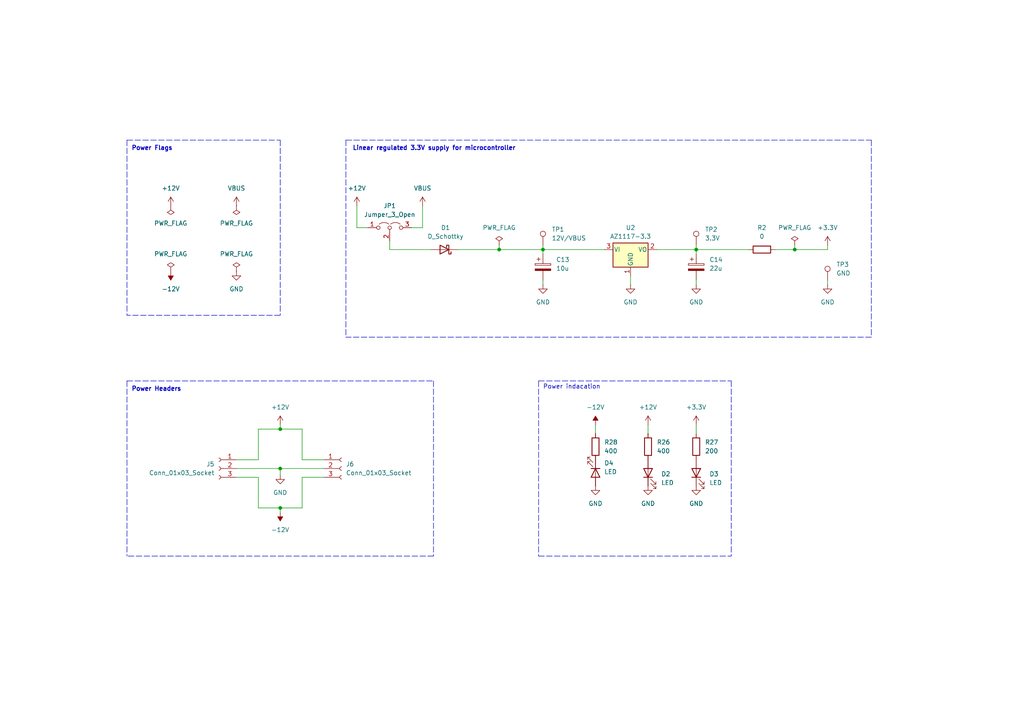
<source format=kicad_sch>
(kicad_sch (version 20231120) (generator "eeschema") (generator_version "8.0")
  (paper "A4")
  (lib_symbols
    (symbol "Connector:Conn_01x03_Socket" (pin_names (offset 1.016) hide)
      (property "Reference" "J" (at 0 5.08 0))
      (property "Value" "Conn_01x03_Socket" (at 0 -5.08 0))
      (symbol "Conn_01x03_Socket_1_1"
        (arc (start 0 -2.032) (mid -0.5058 -2.54) (end 0 -3.048) (stroke (width 0.1524)))
        (polyline (pts (xy -1.27 -2.54) (xy -0.508 -2.54)) (stroke (width 0.1524)))
        (polyline (pts (xy -1.27 0) (xy -0.508 0)) (stroke (width 0.1524)))
        (polyline (pts (xy -1.27 2.54) (xy -0.508 2.54)) (stroke (width 0.1524)))
        (arc (start 0 0.508) (mid -0.5058 0) (end 0 -0.508) (stroke (width 0.1524)))
        (arc (start 0 3.048) (mid -0.5058 2.54) (end 0 2.032) (stroke (width 0.1524)))
        (pin passive line (at -5.08 2.54 0) (length 3.81) (name "Pin_1") (number "1"))
        (pin passive line (at -5.08 0 0) (length 3.81) (name "Pin_2") (number "2"))
        (pin passive line (at -5.08 -2.54 0) (length 3.81) (name "Pin_3") (number "3"))
      )
    )
    (symbol "Connector:TestPoint" (pin_numbers hide) (pin_names (offset 0.762) hide)
      (property "Reference" "TP" (at 0 6.858 0))
      (property "Value" "TestPoint" (at 0 5.08 0))
      (symbol "TestPoint_0_1"
        (circle (center 0 3.302) (radius 0.762))
      )
      (symbol "TestPoint_1_1"
        (pin passive line (at 0 0 90) (length 2.54) (name "1") (number "1"))
      )
    )
    (symbol "Device:C_Polarized" (pin_numbers hide) (pin_names (offset 0.254))
      (property "Reference" "C" (at 0.635 2.54 0))
      (property "Value" "C_Polarized" (at 0.635 -2.54 0))
      (symbol "C_Polarized_0_1"
        (rectangle (start -2.286 0.508) (end 2.286 1.016))
        (polyline (pts (xy -1.778 2.286) (xy -0.762 2.286)))
        (polyline (pts (xy -1.27 2.794) (xy -1.27 1.778)))
        (rectangle (start 2.286 -0.508) (end -2.286 -1.016) (fill (type outline)))
      )
      (symbol "C_Polarized_1_1"
        (pin passive line (at 0 3.81 270) (length 2.794) (name "~") (number "1"))
        (pin passive line (at 0 -3.81 90) (length 2.794) (name "~") (number "2"))
      )
    )
    (symbol "Device:D_Schottky" (pin_numbers hide) (pin_names (offset 1.016) hide)
      (property "Reference" "D" (at 0 2.54 0))
      (property "Value" "D_Schottky" (at 0 -2.54 0))
      (symbol "D_Schottky_0_1"
        (polyline (pts (xy 1.27 0) (xy -1.27 0)))
        (polyline (pts (xy 1.27 1.27) (xy 1.27 -1.27) (xy -1.27 0) (xy 1.27 1.27)) (stroke (width 0.254)))
        (polyline (pts (xy -1.905 0.635) (xy -1.905 1.27) (xy -1.27 1.27) (xy -1.27 -1.27) (xy -0.635 -1.27) (xy -0.635 -0.635)) (stroke (width 0.254)))
      )
      (symbol "D_Schottky_1_1"
        (pin passive line (at -3.81 0 0) (length 2.54) (name "K") (number "1"))
        (pin passive line (at 3.81 0 180) (length 2.54) (name "A") (number "2"))
      )
    )
    (symbol "Device:LED" (pin_numbers hide) (pin_names (offset 1.016) hide)
      (property "Reference" "D" (at 0 2.54 0))
      (property "Value" "LED" (at 0 -2.54 0))
      (symbol "LED_0_1"
        (polyline (pts (xy -1.27 -1.27) (xy -1.27 1.27)) (stroke (width 0.254)))
        (polyline (pts (xy -1.27 0) (xy 1.27 0)))
        (polyline (pts (xy 1.27 -1.27) (xy 1.27 1.27) (xy -1.27 0) (xy 1.27 -1.27)) (stroke (width 0.254)))
        (polyline (pts (xy -3.048 -0.762) (xy -4.572 -2.286) (xy -3.81 -2.286) (xy -4.572 -2.286) (xy -4.572 -1.524)))
        (polyline (pts (xy -1.778 -0.762) (xy -3.302 -2.286) (xy -2.54 -2.286) (xy -3.302 -2.286) (xy -3.302 -1.524)))
      )
      (symbol "LED_1_1"
        (pin passive line (at -3.81 0 0) (length 2.54) (name "K") (number "1"))
        (pin passive line (at 3.81 0 180) (length 2.54) (name "A") (number "2"))
      )
    )
    (symbol "Device:R" (pin_numbers hide) (pin_names (offset 0))
      (property "Reference" "R" (at 2.032 0 90))
      (property "Value" "R" (at 0 0 90))
      (symbol "R_0_1"
        (rectangle (start -1.016 -2.54) (end 1.016 2.54) (stroke (width 0.254)))
      )
      (symbol "R_1_1"
        (pin passive line (at 0 3.81 270) (length 1.27) (name "~") (number "1"))
        (pin passive line (at 0 -3.81 90) (length 1.27) (name "~") (number "2"))
      )
    )
    (symbol "Jumper:Jumper_3_Open" (pin_names (offset 0) hide)
      (property "Reference" "JP" (at -2.54 -2.54 0))
      (property "Value" "Jumper_3_Open" (at 0 2.794 0))
      (symbol "Jumper_3_Open_0_0"
        (circle (center -3.302 0) (radius 0.508))
        (circle (center 0 0) (radius 0.508))
        (circle (center 3.302 0) (radius 0.508))
      )
      (symbol "Jumper_3_Open_0_1"
        (arc (start -0.254 1.016) (mid -1.651 1.4992) (end -3.048 1.016))
        (polyline (pts (xy 0 -0.508) (xy 0 -1.27)))
        (arc (start 3.048 1.016) (mid 1.651 1.4992) (end 0.254 1.016))
      )
      (symbol "Jumper_3_Open_1_1"
        (pin passive line (at -6.35 0 0) (length 2.54) (name "A") (number "1"))
        (pin passive line (at 0 -3.81 90) (length 2.54) (name "C") (number "2"))
        (pin passive line (at 6.35 0 180) (length 2.54) (name "B") (number "3"))
      )
    )
    (symbol "Regulator_Linear:AZ1117-3.3" (pin_names (offset 0.254))
      (property "Reference" "U" (at -3.81 3.175 0))
      (property "Value" "AZ1117-3.3" (at 0 3.175 0))
      (symbol "AZ1117-3.3_0_1"
        (rectangle (start -5.08 1.905) (end 5.08 -5.08) (stroke (width 0.254)) (fill (type background)))
      )
      (symbol "AZ1117-3.3_1_1"
        (pin power_in line (at 0 -7.62 90) (length 2.54) (name "GND") (number "1"))
        (pin power_out line (at 7.62 0 180) (length 2.54) (name "VO") (number "2"))
        (pin power_in line (at -7.62 0 0) (length 2.54) (name "VI") (number "3"))
      )
    )
    (symbol "power:+12V" (power) (pin_names (offset 0))
      (property "Value" "+12V" (at 0 3.556 0))
      (symbol "+12V_0_1"
        (polyline (pts (xy -0.762 1.27) (xy 0 2.54)))
        (polyline (pts (xy 0 0) (xy 0 2.54)))
        (polyline (pts (xy 0 2.54) (xy 0.762 1.27)))
      )
      (symbol "+12V_1_1"
        (pin power_in line (at 0 0 90) (length 0) hide (name "+12V") (number "1"))
      )
    )
    (symbol "power:+3.3V" (power) (pin_names (offset 0))
      (property "Value" "+3.3V" (at 0 3.556 0))
      (symbol "+3.3V_0_1"
        (polyline (pts (xy -0.762 1.27) (xy 0 2.54)))
        (polyline (pts (xy 0 0) (xy 0 2.54)))
        (polyline (pts (xy 0 2.54) (xy 0.762 1.27)))
      )
      (symbol "+3.3V_1_1"
        (pin power_in line (at 0 0 90) (length 0) hide (name "+3.3V") (number "1"))
      )
    )
    (symbol "power:-12V" (power) (pin_names (offset 0))
      (property "Value" "-12V" (at 0 3.81 0))
      (symbol "-12V_0_0"
        (pin power_in line (at 0 0 90) (length 0) hide (name "-12V") (number "1"))
      )
      (symbol "-12V_0_1"
        (polyline (pts (xy 0 0) (xy 0 1.27) (xy 0.762 1.27) (xy 0 2.54) (xy -0.762 1.27) (xy 0 1.27)) (fill (type outline)))
      )
    )
    (symbol "power:GND" (power) (pin_names (offset 0))
      (property "Value" "GND" (at 0 -3.81 0))
      (symbol "GND_0_1"
        (polyline (pts (xy 0 0) (xy 0 -1.27) (xy 1.27 -1.27) (xy 0 -2.54) (xy -1.27 -1.27) (xy 0 -1.27)))
      )
      (symbol "GND_1_1"
        (pin power_in line (at 0 0 270) (length 0) hide (name "GND") (number "1"))
      )
    )
    (symbol "power:PWR_FLAG" (power) (pin_numbers hide) (pin_names (offset 0) hide)
      (property "Value" "PWR_FLAG" (at 0 3.81 0))
      (symbol "PWR_FLAG_0_0"
        (pin power_out line (at 0 0 90) (length 0) (name "pwr") (number "1"))
      )
      (symbol "PWR_FLAG_0_1"
        (polyline (pts (xy 0 0) (xy 0 1.27) (xy -1.016 1.905) (xy 0 2.54) (xy 1.016 1.905) (xy 0 1.27)))
      )
    )
    (symbol "power:VBUS" (power) (pin_names (offset 0))
      (property "Value" "VBUS" (at 0 3.81 0))
      (symbol "VBUS_0_1"
        (polyline (pts (xy -0.762 1.27) (xy 0 2.54)))
        (polyline (pts (xy 0 0) (xy 0 2.54)))
        (polyline (pts (xy 0 2.54) (xy 0.762 1.27)))
      )
      (symbol "VBUS_1_1"
        (pin power_in line (at 0 0 90) (length 0) hide (name "VBUS") (number "1"))
      )
    )
  )
  (junction (at 201.93 72.39))
  (junction (at 157.48 72.39))
  (junction (at 230.505 72.39))
  (junction (at 81.28 135.89))
  (junction (at 81.28 124.46))
  (junction (at 81.28 147.32))
  (junction (at 144.78 72.39))
  (wire (pts (xy 74.93 138.43) (xy 74.93 147.32)))
  (wire (pts (xy 87.63 133.35) (xy 93.98 133.35)))
  (wire (pts (xy 240.03 71.12) (xy 240.03 72.39)))
  (wire (pts (xy 87.63 138.43) (xy 93.98 138.43)))
  (wire (pts (xy 157.48 72.39) (xy 157.48 73.66)))
  (wire (pts (xy 187.96 123.19) (xy 187.96 125.73)))
  (wire (pts (xy 224.79 72.39) (xy 230.505 72.39)))
  (polyline (pts (xy 100.33 40.64) (xy 100.33 97.79)) (stroke (width 0) (type dash)))
  (wire (pts (xy 122.555 59.69) (xy 122.555 66.04)))
  (wire (pts (xy 132.715 72.39) (xy 144.78 72.39)))
  (wire (pts (xy 172.72 123.19) (xy 172.72 125.73)))
  (wire (pts (xy 240.03 81.28) (xy 240.03 82.55)))
  (wire (pts (xy 68.58 138.43) (xy 74.93 138.43)))
  (polyline (pts (xy 36.83 110.49) (xy 36.83 161.29)) (stroke (width 0) (type dash)))
  (wire (pts (xy 113.03 72.39) (xy 125.095 72.39)))
  (wire (pts (xy 157.48 72.39) (xy 175.26 72.39)))
  (wire (pts (xy 201.93 72.39) (xy 201.93 73.66)))
  (wire (pts (xy 144.78 71.12) (xy 144.78 72.39)))
  (polyline (pts (xy 81.28 91.44) (xy 36.83 91.44)) (stroke (width 0) (type dash)))
  (wire (pts (xy 81.28 135.89) (xy 81.28 137.795)))
  (polyline (pts (xy 125.73 161.29) (xy 36.83 161.29)) (stroke (width 0) (type dash)))
  (polyline (pts (xy 156.21 110.49) (xy 212.09 110.49)) (stroke (width 0) (type dash)))
  (polyline (pts (xy 36.83 40.64) (xy 81.28 40.64)) (stroke (width 0) (type dash)))
  (wire (pts (xy 182.88 80.01) (xy 182.88 82.55)))
  (wire (pts (xy 68.58 133.35) (xy 74.93 133.35)))
  (wire (pts (xy 144.78 72.39) (xy 157.48 72.39)))
  (wire (pts (xy 81.28 123.19) (xy 81.28 124.46)))
  (wire (pts (xy 103.505 59.69) (xy 103.505 66.04)))
  (polyline (pts (xy 212.09 110.49) (xy 212.09 161.29)) (stroke (width 0) (type dash)))
  (wire (pts (xy 68.58 135.89) (xy 81.28 135.89)))
  (wire (pts (xy 81.28 135.89) (xy 93.98 135.89)))
  (wire (pts (xy 230.505 71.12) (xy 230.505 72.39)))
  (polyline (pts (xy 36.83 110.49) (xy 125.73 110.49)) (stroke (width 0) (type dash)))
  (wire (pts (xy 74.93 133.35) (xy 74.93 124.46)))
  (wire (pts (xy 201.93 123.19) (xy 201.93 125.73)))
  (polyline (pts (xy 156.21 110.49) (xy 156.21 161.29)) (stroke (width 0) (type dash)))
  (wire (pts (xy 157.48 71.12) (xy 157.48 72.39)))
  (wire (pts (xy 81.28 147.32) (xy 81.28 148.59)))
  (wire (pts (xy 81.28 124.46) (xy 87.63 124.46)))
  (wire (pts (xy 113.03 69.85) (xy 113.03 72.39)))
  (wire (pts (xy 230.505 72.39) (xy 240.03 72.39)))
  (wire (pts (xy 190.5 72.39) (xy 201.93 72.39)))
  (wire (pts (xy 74.93 124.46) (xy 81.28 124.46)))
  (wire (pts (xy 87.63 124.46) (xy 87.63 133.35)))
  (polyline (pts (xy 252.73 40.64) (xy 252.73 97.79)) (stroke (width 0) (type dash)))
  (polyline (pts (xy 36.83 40.64) (xy 36.83 91.44)) (stroke (width 0) (type dash)))
  (wire (pts (xy 81.28 147.32) (xy 87.63 147.32)))
  (polyline (pts (xy 252.73 97.79) (xy 100.33 97.79)) (stroke (width 0) (type dash)))
  (polyline (pts (xy 81.28 40.64) (xy 81.28 91.44)) (stroke (width 0) (type dash)))
  (wire (pts (xy 201.93 81.28) (xy 201.93 82.55)))
  (wire (pts (xy 87.63 147.32) (xy 87.63 138.43)))
  (polyline (pts (xy 156.21 161.29) (xy 212.09 161.29)) (stroke (width 0) (type dash)))
  (wire (pts (xy 201.93 72.39) (xy 217.17 72.39)))
  (polyline (pts (xy 100.33 40.64) (xy 252.73 40.64)) (stroke (width 0) (type dash)))
  (wire (pts (xy 122.555 66.04) (xy 119.38 66.04)))
  (wire (pts (xy 103.505 66.04) (xy 106.68 66.04)))
  (wire (pts (xy 201.93 71.12) (xy 201.93 72.39)))
  (wire (pts (xy 157.48 81.28) (xy 157.48 82.55)))
  (wire (pts (xy 74.93 147.32) (xy 81.28 147.32)))
  (polyline (pts (xy 125.73 110.49) (xy 125.73 161.29)) (stroke (width 0) (type dash)))
  (text "Power Headers" (at 38.1 113.665 0) (effects (font (size 1.27 1.27) (thickness 0.254) (bold yes)) (justify left bottom)))
  (text "Linear regulated 3.3V supply for microcontroller" (at 102.235 43.815 0) (effects (font (size 1.27 1.27) (bold yes)) (justify left bottom)))
  (text "Power Flags" (at 38.1 43.815 0) (effects (font (size 1.27 1.27) (thickness 0.254) (bold yes)) (justify left bottom)))
  (text "Power indacation\n" (at 157.48 113.03 0) (effects (font (size 1.27 1.27)) (justify left bottom)))
  (symbol (lib_id "Device:R") (at 172.72 129.54 180) (unit 1)
    (property "Reference" "R28" (at 175.26 128.27 0) (effects (justify right)))
    (property "Value" "400" (at 175.26 130.81 0) (effects (justify right)))
    (property "Footprint" "Resistor_SMD:R_0805_2012Metric" (effects (hide yes)))
    (instances (project "function_gen" (path "" (reference "R28") (unit 1))) (project "ENEL300Group16" (path "" (reference "R75") (unit 1)) (path "" (reference "R25") (unit 1))))
  )
  (symbol (lib_id "Connector:TestPoint") (at 201.93 71.12 0) (unit 1)
    (property "Reference" "TP2" (at 204.47 66.548 0) (effects (justify left)))
    (property "Value" "3.3V" (at 204.47 69.088 0) (effects (justify left)))
    (property "Footprint" "TestPoint:TestPoint_Pad_D1.5mm" (effects (hide yes)))
    (instances (project "function_gen" (path "" (reference "TP2") (unit 1))) (project "ENEL300Group16" (path "" (reference "TP2") (unit 1)) (path "" (reference "TP9") (unit 1))) (project "function_generator" (path "" (reference "TP2") (unit 1))))
  )
  (symbol (lib_id "power:+12V") (at 187.96 123.19 0) (unit 1)
    (property "Reference" "#PWR072" (effects (hide yes)))
    (property "Value" "+12V" (at 187.96 118.11 0))
    (instances (project "function_gen" (path "" (reference "#PWR072") (unit 1))) (project "ENEL300Group16" (path "" (reference "#PWR077") (unit 1)) (path "" (reference "#PWR0149") (unit 1))) (project "function_generator" (path "" (reference "#PWR044") (unit 1)) (path "" (reference "#PWR021") (unit 1))))
  )
  (symbol (lib_id "power:GND") (at 240.03 82.55 0) (unit 1)
    (property "Reference" "#PWR025" (effects (hide yes)))
    (property "Value" "GND" (at 240.03 87.63 0))
    (instances (project "function_gen" (path "" (reference "#PWR025") (unit 1))) (project "ENEL300Group16" (path "" (reference "#PWR085") (unit 1)) (path "" (reference "#PWR0155") (unit 1))) (project "function_generator" (path "" (reference "#PWR050") (unit 1)) (path "" (reference "#PWR030") (unit 1))))
  )
  (symbol (lib_id "power:PWR_FLAG") (at 68.58 59.69 180) (unit 1)
    (property "Reference" "#FLG03" (effects (hide yes)))
    (property "Value" "PWR_FLAG" (at 68.58 64.77 0))
    (instances (project "function_gen" (path "" (reference "#FLG03") (unit 1))) (project "ENEL300Group16" (path "" (reference "#FLG02") (unit 1)) (path "" (reference "#FLG09") (unit 1))) (project "function_generator" (path "" (reference "#FLG03") (unit 1))))
  )
  (symbol (lib_id "power:GND") (at 68.58 78.74 0) (unit 1)
    (property "Reference" "#PWR015" (effects (hide yes)))
    (property "Value" "GND" (at 68.58 83.82 0))
    (instances (project "function_gen" (path "" (reference "#PWR015") (unit 1))) (project "ENEL300Group16" (path "" (reference "#PWR081") (unit 1)) (path "" (reference "#PWR0145") (unit 1))) (project "function_generator" (path "" (reference "#PWR020") (unit 1))))
  )
  (symbol (lib_id "Device:R") (at 187.96 129.54 180) (unit 1)
    (property "Reference" "R26" (at 190.5 128.27 0) (effects (justify right)))
    (property "Value" "400" (at 190.5 130.81 0) (effects (justify right)))
    (property "Footprint" "Resistor_SMD:R_0805_2012Metric" (effects (hide yes)))
    (instances (project "function_gen" (path "" (reference "R26") (unit 1))) (project "ENEL300Group16" (path "" (reference "R75") (unit 1)) (path "" (reference "R25") (unit 1))))
  )
  (symbol (lib_id "power:VBUS") (at 68.58 59.69 0) (unit 1)
    (property "Reference" "#PWR014" (effects (hide yes)))
    (property "Value" "VBUS" (at 68.58 54.61 0))
    (instances (project "function_gen" (path "" (reference "#PWR014") (unit 1))) (project "ENEL300Group16" (path "" (reference "#PWR076") (unit 1)) (path "" (reference "#PWR0144") (unit 1))) (project "function_generator" (path "" (reference "#PWR045") (unit 1)) (path "" (reference "#PWR019") (unit 1))))
  )
  (symbol (lib_id "power:-12V") (at 172.72 123.19 0) (unit 1)
    (property "Reference" "#PWR071" (effects (hide yes)))
    (property "Value" "-12V" (at 172.72 118.11 0))
    (instances (project "function_gen" (path "" (reference "#PWR071") (unit 1))) (project "ENEL300Group16" (path "" (reference "#PWR088") (unit 1)) (path "" (reference "#PWR0148") (unit 1))) (project "function_generator" (path "" (reference "#PWR026") (unit 1))))
  )
  (symbol (lib_id "power:-12V") (at 49.53 78.74 180) (unit 1)
    (property "Reference" "#PWR013" (effects (hide yes)))
    (property "Value" "-12V" (at 49.53 83.82 0))
    (instances (project "function_gen" (path "" (reference "#PWR013") (unit 1))) (project "ENEL300Group16" (path "" (reference "#PWR080") (unit 1)) (path "" (reference "#PWR0143") (unit 1))) (project "function_generator" (path "" (reference "#PWR018") (unit 1))))
  )
  (symbol (lib_id "Connector:TestPoint") (at 157.48 71.12 0) (unit 1)
    (property "Reference" "TP1" (at 160.02 66.548 0) (effects (justify left)))
    (property "Value" "12V/VBUS" (at 160.02 69.088 0) (effects (justify left)))
    (property "Footprint" "TestPoint:TestPoint_Pad_D1.5mm" (effects (hide yes)))
    (instances (project "function_gen" (path "" (reference "TP1") (unit 1))) (project "ENEL300Group16" (path "" (reference "TP1") (unit 1)) (path "" (reference "TP8") (unit 1))) (project "function_generator" (path "" (reference "TP1") (unit 1))))
  )
  (symbol (lib_id "power:+12V") (at 81.28 123.19 0) (unit 1)
    (property "Reference" "#PWR016" (effects (hide yes)))
    (property "Value" "+12V" (at 81.28 118.11 0))
    (instances (project "function_gen" (path "" (reference "#PWR016") (unit 1))) (project "ENEL300Group16" (path "" (reference "#PWR086") (unit 1)) (path "" (reference "#PWR0146") (unit 1))) (project "function_generator" (path "" (reference "#PWR044") (unit 1)) (path "" (reference "#PWR024") (unit 1))))
  )
  (symbol (lib_id "Device:LED") (at 201.93 137.16 90) (unit 1)
    (property "Reference" "D3" (at 205.74 137.4775 90) (effects (justify right)))
    (property "Value" "LED" (at 205.74 140.0175 90) (effects (justify right)))
    (property "Footprint" "LED_SMD:LED_0805_2012Metric" (effects (hide yes)))
  )
  (symbol (lib_id "Connector:Conn_01x03_Socket") (at 63.5 135.89 0) (mirror y) (unit 1)
    (property "Reference" "J5" (at 62.23 134.62 0) (effects (justify left)))
    (property "Value" "Conn_01x03_Socket" (at 62.23 137.16 0) (effects (justify left)))
    (property "Footprint" "Connector_PinSocket_2.54mm:PinSocket_1x03_P2.54mm_Vertical" (effects (hide yes)))
    (instances (project "function_gen" (path "" (reference "J5") (unit 1))) (project "ENEL300Group16" (path "" (reference "J23") (unit 1)) (path "" (reference "J33") (unit 1))) (project "function_generator" (path "" (reference "J7") (unit 1))))
  )
  (symbol (lib_id "power:PWR_FLAG") (at 230.505 71.12 0) (unit 1)
    (property "Reference" "#FLG06" (effects (hide yes)))
    (property "Value" "PWR_FLAG" (at 230.505 66.04 0))
    (instances (project "function_gen" (path "" (reference "#FLG06") (unit 1))) (project "ENEL300Group16" (path "" (reference "#FLG06") (unit 1)) (path "" (reference "#FLG012") (unit 1))) (project "function_generator" (path "" (reference "#FLG04") (unit 1))))
  )
  (symbol (lib_id "power:GND") (at 201.93 140.97 0) (unit 1)
    (property "Reference" "#PWR069" (effects (hide yes)))
    (property "Value" "GND" (at 201.93 146.05 0))
    (instances (project "function_gen" (path "" (reference "#PWR069") (unit 1))) (project "ENEL300Group16" (path "" (reference "#PWR082") (unit 1)) (path "" (reference "#PWR0151") (unit 1))) (project "function_generator" (path "" (reference "#PWR047") (unit 1)) (path "" (reference "#PWR023") (unit 1))))
  )
  (symbol (lib_id "power:+12V") (at 103.505 59.69 0) (unit 1)
    (property "Reference" "#PWR019" (effects (hide yes)))
    (property "Value" "+12V" (at 103.505 54.61 0))
    (instances (project "function_gen" (path "" (reference "#PWR019") (unit 1))) (project "ENEL300Group16" (path "" (reference "#PWR077") (unit 1)) (path "" (reference "#PWR0149") (unit 1))) (project "function_generator" (path "" (reference "#PWR044") (unit 1)) (path "" (reference "#PWR021") (unit 1))))
  )
  (symbol (lib_id "Jumper:Jumper_3_Open") (at 113.03 66.04 0) (unit 1)
    (property "Reference" "JP1" (at 113.03 59.69 0))
    (property "Value" "Jumper_3_Open" (at 113.03 62.23 0))
    (property "Footprint" "Connector_PinHeader_2.54mm:PinHeader_1x03_P2.54mm_Vertical" (effects (hide yes)))
    (instances (project "function_gen" (path "" (reference "JP1") (unit 1))) (project "ENEL300Group16" (path "" (reference "JP1") (unit 1)) (path "" (reference "JP2") (unit 1))))
  )
  (symbol (lib_id "power:GND") (at 187.96 140.97 0) (unit 1)
    (property "Reference" "#PWR068" (effects (hide yes)))
    (property "Value" "GND" (at 187.96 146.05 0))
    (instances (project "function_gen" (path "" (reference "#PWR068") (unit 1))) (project "ENEL300Group16" (path "" (reference "#PWR082") (unit 1)) (path "" (reference "#PWR0151") (unit 1))) (project "function_generator" (path "" (reference "#PWR047") (unit 1)) (path "" (reference "#PWR023") (unit 1))))
  )
  (symbol (lib_id "Device:R") (at 201.93 129.54 180) (unit 1)
    (property "Reference" "R27" (at 204.47 128.27 0) (effects (justify right)))
    (property "Value" "200" (at 204.47 130.81 0) (effects (justify right)))
    (property "Footprint" "Resistor_SMD:R_0805_2012Metric" (effects (hide yes)))
    (instances (project "function_gen" (path "" (reference "R27") (unit 1))) (project "ENEL300Group16" (path "" (reference "R75") (unit 1)) (path "" (reference "R25") (unit 1))))
  )
  (symbol (lib_id "Device:C_Polarized") (at 157.48 77.47 0) (unit 1)
    (property "Reference" "C13" (at 161.29 75.311 0) (effects (justify left)))
    (property "Value" "10u" (at 161.29 77.851 0) (effects (justify left)))
    (property "Footprint" "Capacitor_SMD:C_0805_2012Metric" (effects (hide yes)))
    (instances (project "function_gen" (path "" (reference "C13") (unit 1))) (project "ENEL300Group16" (path "" (reference "C23") (unit 1)) (path "" (reference "C39") (unit 1))) (project "function_generator" (path "" (reference "C12") (unit 1)) (path "" (reference "C12") (unit 1))))
  )
  (symbol (lib_id "Device:D_Schottky") (at 128.905 72.39 180) (unit 1)
    (property "Reference" "D1" (at 129.2225 66.04 0))
    (property "Value" "D_Schottky" (at 129.2225 68.58 0))
    (property "Footprint" "Diode_SMD:D_0805_2012Metric" (effects (hide yes)))
    (instances (project "function_gen" (path "" (reference "D1") (unit 1))) (project "ENEL300Group16" (path "" (reference "D1") (unit 1)) (path "" (reference "D2") (unit 1))) (project "function_generator" (path "" (reference "D1") (unit 1)) (path "" (reference "D1") (unit 1))))
  )
  (symbol (lib_id "power:GND") (at 157.48 82.55 0) (unit 1)
    (property "Reference" "#PWR021" (effects (hide yes)))
    (property "Value" "GND" (at 157.48 87.63 0))
    (instances (project "function_gen" (path "" (reference "#PWR021") (unit 1))) (project "ENEL300Group16" (path "" (reference "#PWR082") (unit 1)) (path "" (reference "#PWR0151") (unit 1))) (project "function_generator" (path "" (reference "#PWR047") (unit 1)) (path "" (reference "#PWR023") (unit 1))))
  )
  (symbol (lib_id "power:VBUS") (at 122.555 59.69 0) (unit 1)
    (property "Reference" "#PWR020" (effects (hide yes)))
    (property "Value" "VBUS" (at 122.555 54.61 0))
    (instances (project "function_gen" (path "" (reference "#PWR020") (unit 1))) (project "ENEL300Group16" (path "" (reference "#PWR078") (unit 1)) (path "" (reference "#PWR0150") (unit 1))) (project "function_generator" (path "" (reference "#PWR045") (unit 1)) (path "" (reference "#PWR022") (unit 1))))
  )
  (symbol (lib_id "power:GND") (at 81.28 137.795 0) (unit 1)
    (property "Reference" "#PWR017" (effects (hide yes)))
    (property "Value" "GND" (at 81.28 142.875 0))
    (instances (project "function_gen" (path "" (reference "#PWR017") (unit 1))) (project "ENEL300Group16" (path "" (reference "#PWR087") (unit 1)) (path "" (reference "#PWR0147") (unit 1))) (project "function_generator" (path "" (reference "#PWR025") (unit 1))))
  )
  (symbol (lib_id "power:+12V") (at 49.53 59.69 0) (unit 1)
    (property "Reference" "#PWR012" (effects (hide yes)))
    (property "Value" "+12V" (at 49.53 54.61 0))
    (instances (project "function_gen" (path "" (reference "#PWR012") (unit 1))) (project "ENEL300Group16" (path "" (reference "#PWR075") (unit 1)) (path "" (reference "#PWR0142") (unit 1))) (project "function_generator" (path "" (reference "#PWR044") (unit 1)) (path "" (reference "#PWR017") (unit 1))))
  )
  (symbol (lib_id "Connector:Conn_01x03_Socket") (at 99.06 135.89 0) (unit 1)
    (property "Reference" "J6" (at 100.33 134.62 0) (effects (justify left)))
    (property "Value" "Conn_01x03_Socket" (at 100.33 137.16 0) (effects (justify left)))
    (property "Footprint" "Connector_Molex:Molex_KK-396_A-41791-0003_1x03_P3.96mm_Vertical" (effects (hide yes)))
    (instances (project "function_gen" (path "" (reference "J6") (unit 1))) (project "ENEL300Group16" (path "" (reference "J24") (unit 1)) (path "" (reference "J34") (unit 1))) (project "function_generator" (path "" (reference "J8") (unit 1))))
  )
  (symbol (lib_id "Device:LED") (at 187.96 137.16 90) (unit 1)
    (property "Reference" "D2" (at 191.77 137.4775 90) (effects (justify right)))
    (property "Value" "LED" (at 191.77 140.0175 90) (effects (justify right)))
    (property "Footprint" "LED_SMD:LED_0805_2012Metric" (effects (hide yes)))
  )
  (symbol (lib_id "power:+3.3V") (at 201.93 123.19 0) (unit 1)
    (property "Reference" "#PWR073" (effects (hide yes)))
    (property "Value" "+3.3V" (at 201.93 118.11 0))
    (instances (project "function_gen" (path "" (reference "#PWR073") (unit 1))) (project "ENEL300Group16" (path "" (reference "#PWR079") (unit 1)) (path "" (reference "#PWR0154") (unit 1))) (project "function_generator" (path "" (reference "#PWR049") (unit 1)) (path "" (reference "#PWR029") (unit 1))))
  )
  (symbol (lib_id "power:+3.3V") (at 240.03 71.12 0) (unit 1)
    (property "Reference" "#PWR024" (effects (hide yes)))
    (property "Value" "+3.3V" (at 240.03 66.04 0))
    (instances (project "function_gen" (path "" (reference "#PWR024") (unit 1))) (project "ENEL300Group16" (path "" (reference "#PWR079") (unit 1)) (path "" (reference "#PWR0154") (unit 1))) (project "function_generator" (path "" (reference "#PWR049") (unit 1)) (path "" (reference "#PWR029") (unit 1))))
  )
  (symbol (lib_id "power:PWR_FLAG") (at 49.53 78.74 0) (unit 1)
    (property "Reference" "#FLG02" (effects (hide yes)))
    (property "Value" "PWR_FLAG" (at 49.53 73.66 0))
    (instances (project "function_gen" (path "" (reference "#FLG02") (unit 1))) (project "ENEL300Group16" (path "" (reference "#FLG04") (unit 1)) (path "" (reference "#FLG08") (unit 1))) (project "function_generator" (path "" (reference "#FLG02") (unit 1))))
  )
  (symbol (lib_id "power:PWR_FLAG") (at 68.58 78.74 0) (unit 1)
    (property "Reference" "#FLG04" (effects (hide yes)))
    (property "Value" "PWR_FLAG" (at 68.58 73.66 0))
    (instances (project "function_gen" (path "" (reference "#FLG04") (unit 1))) (project "ENEL300Group16" (path "" (reference "#FLG05") (unit 1)) (path "" (reference "#FLG010") (unit 1))) (project "function_generator" (path "" (reference "#FLG04") (unit 1))))
  )
  (symbol (lib_id "Connector:TestPoint") (at 240.03 81.28 0) (unit 1)
    (property "Reference" "TP3" (at 242.57 76.708 0) (effects (justify left)))
    (property "Value" "GND" (at 242.57 79.248 0) (effects (justify left)))
    (property "Footprint" "TestPoint:TestPoint_Pad_D1.5mm" (effects (hide yes)))
    (instances (project "function_gen" (path "" (reference "TP3") (unit 1))) (project "ENEL300Group16" (path "" (reference "TP3") (unit 1)) (path "" (reference "TP10") (unit 1))) (project "function_generator" (path "" (reference "TP3") (unit 1))))
  )
  (symbol (lib_id "power:PWR_FLAG") (at 144.78 71.12 0) (unit 1)
    (property "Reference" "#FLG05" (effects (hide yes)))
    (property "Value" "PWR_FLAG" (at 144.78 66.04 0))
    (instances (project "function_gen" (path "" (reference "#FLG05") (unit 1))) (project "ENEL300Group16" (path "" (reference "#FLG03") (unit 1)) (path "" (reference "#FLG011") (unit 1))) (project "function_generator" (path "" (reference "#FLG04") (unit 1))))
  )
  (symbol (lib_id "power:GND") (at 201.93 82.55 0) (unit 1)
    (property "Reference" "#PWR023" (effects (hide yes)))
    (property "Value" "GND" (at 201.93 87.63 0))
    (instances (project "function_gen" (path "" (reference "#PWR023") (unit 1))) (project "ENEL300Group16" (path "" (reference "#PWR084") (unit 1)) (path "" (reference "#PWR0153") (unit 1))) (project "function_generator" (path "" (reference "#PWR048") (unit 1)) (path "" (reference "#PWR028") (unit 1))))
  )
  (symbol (lib_id "power:GND") (at 172.72 140.97 0) (unit 1)
    (property "Reference" "#PWR070" (effects (hide yes)))
    (property "Value" "GND" (at 172.72 146.05 0))
    (instances (project "function_gen" (path "" (reference "#PWR070") (unit 1))) (project "ENEL300Group16" (path "" (reference "#PWR082") (unit 1)) (path "" (reference "#PWR0151") (unit 1))) (project "function_generator" (path "" (reference "#PWR047") (unit 1)) (path "" (reference "#PWR023") (unit 1))))
  )
  (symbol (lib_id "Device:LED") (at 172.72 137.16 270) (unit 1)
    (property "Reference" "D4" (at 175.26 134.3025 90) (effects (justify left)))
    (property "Value" "LED" (at 175.26 136.8425 90) (effects (justify left)))
    (property "Footprint" "LED_SMD:LED_0805_2012Metric" (effects (hide yes)))
  )
  (symbol (lib_id "Regulator_Linear:AZ1117-3.3") (at 182.88 72.39 0) (unit 1)
    (property "Reference" "U2" (at 182.88 66.04 0))
    (property "Value" "AZ1117-3.3" (at 182.88 68.58 0))
    (property "Footprint" "Package_TO_SOT_SMD:SOT-223" (effects (hide yes)))
    (property "Datasheet" "https://www.diodes.com/assets/Datasheets/AZ1117.pdf" (effects (hide yes)))
    (instances (project "function_gen" (path "" (reference "U2") (unit 1))) (project "ENEL300Group16" (path "" (reference "U4") (unit 1)) (path "" (reference "U7") (unit 1))) (project "function_generator" (path "" (reference "U3") (unit 1)) (path "" (reference "U2") (unit 1))))
  )
  (symbol (lib_id "Device:R") (at 220.98 72.39 90) (unit 1)
    (property "Reference" "R2" (at 220.98 66.04 90))
    (property "Value" "0" (at 220.98 68.58 90))
    (property "Footprint" "Resistor_SMD:R_0805_2012Metric" (effects (hide yes)))
    (instances (project "function_gen" (path "" (reference "R2") (unit 1))) (project "ENEL300Group16" (path "" (reference "R75") (unit 1)) (path "" (reference "R25") (unit 1))))
  )
  (symbol (lib_id "power:PWR_FLAG") (at 49.53 59.69 180) (unit 1)
    (property "Reference" "#FLG01" (effects (hide yes)))
    (property "Value" "PWR_FLAG" (at 49.53 64.77 0))
    (instances (project "function_gen" (path "" (reference "#FLG01") (unit 1))) (project "ENEL300Group16" (path "" (reference "#FLG01") (unit 1)) (path "" (reference "#FLG07") (unit 1))) (project "function_generator" (path "" (reference "#FLG01") (unit 1))))
  )
  (symbol (lib_id "Device:C_Polarized") (at 201.93 77.47 0) (unit 1)
    (property "Reference" "C14" (at 205.74 75.311 0) (effects (justify left)))
    (property "Value" "22u" (at 205.74 77.851 0) (effects (justify left)))
    (property "Footprint" "Capacitor_SMD:C_0805_2012Metric" (effects (hide yes)))
    (instances (project "function_gen" (path "" (reference "C14") (unit 1))) (project "ENEL300Group16" (path "" (reference "C24") (unit 1)) (path "" (reference "C40") (unit 1))) (project "function_generator" (path "" (reference "C13") (unit 1)) (path "" (reference "C13") (unit 1))))
  )
  (symbol (lib_id "power:GND") (at 182.88 82.55 0) (unit 1)
    (property "Reference" "#PWR022" (effects (hide yes)))
    (property "Value" "GND" (at 182.88 87.63 0))
    (instances (project "function_gen" (path "" (reference "#PWR022") (unit 1))) (project "ENEL300Group16" (path "" (reference "#PWR083") (unit 1)) (path "" (reference "#PWR0152") (unit 1))) (project "function_generator" (path "" (reference "#PWR046") (unit 1)) (path "" (reference "#PWR027") (unit 1))))
  )
  (symbol (lib_id "power:-12V") (at 81.28 148.59 180) (unit 1)
    (property "Reference" "#PWR018" (effects (hide yes)))
    (property "Value" "-12V" (at 81.28 153.67 0))
    (instances (project "function_gen" (path "" (reference "#PWR018") (unit 1))) (project "ENEL300Group16" (path "" (reference "#PWR088") (unit 1)) (path "" (reference "#PWR0148") (unit 1))) (project "function_generator" (path "" (reference "#PWR026") (unit 1))))
  )
)
</source>
